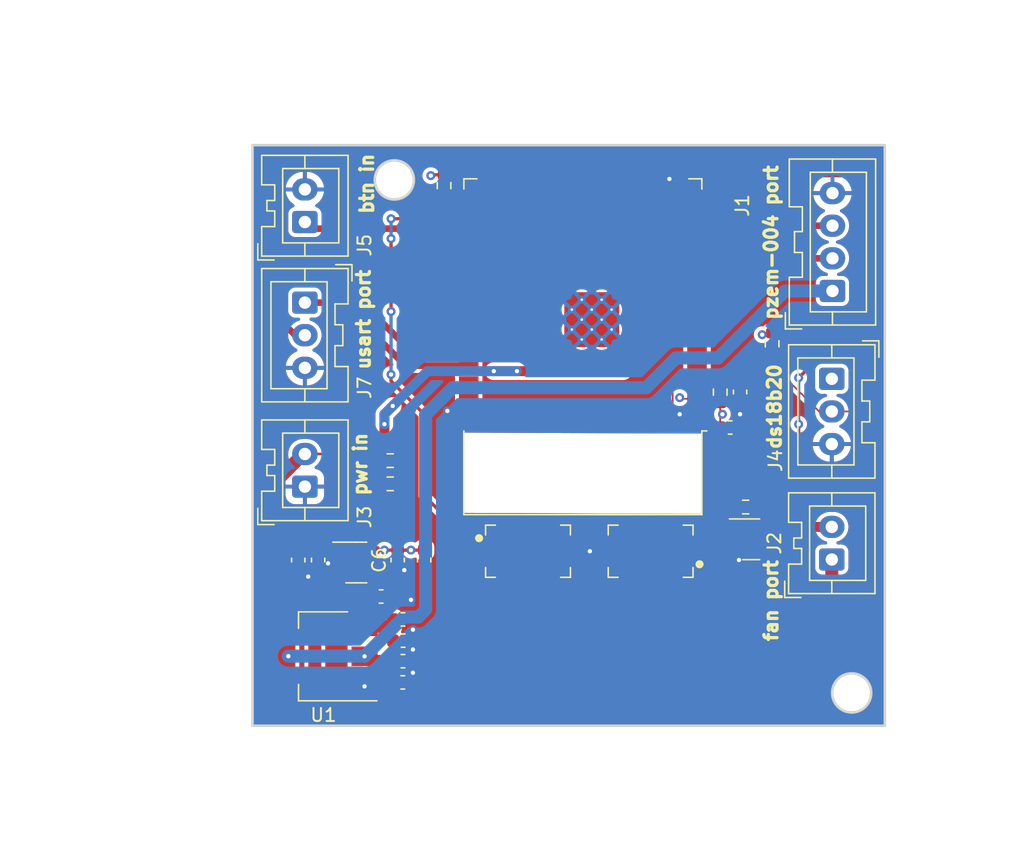
<source format=kicad_pcb>
(kicad_pcb (version 20221018) (generator pcbnew)
  (layers (0 "F.Cu" signal) (1 "In1.Cu" power) (2 "In2.Cu" power) (31 "B.Cu" signal) (34 "B.Paste" user) (35 "F.Paste" user) (36 "B.SilkS" user "B.Silkscreen") (37 "F.SilkS" user "F.Silkscreen") (38 "B.Mask" user) (39 "F.Mask" user) (44 "Edge.Cuts" user))
  (net 0 "")
  (net 1 "GND")
  (net 2 "Net-(J4-Pin_2)")
  (net 3 "Net-(Q1-G)")
  (net 4 "Net-(J2-Pin_2)")
  (net 5 "Net-(U19-IO17)")
  (net 8 "Net-(J1-Pin_2)")
  (net 9 "Net-(J1-Pin_3)")
  (net 15 "4")
  (net 22 "+5V")
  (net 23 "Net-(U20-BP)")
  (net 24 "Net-(U19-EN)")
  (net 25 "/3.3v_esp")
  (net 26 "/TXD0")
  (net 27 "/RXD0")
  (net 28 "/BVOL")
  (net 29 "Net-(U19-IO0)")
  (net 41 "/B+")
  (footprint "Capacitor_SMD:C_0603_1608Metric" (layer "F.Cu") (at 176.276 125.984 90)
    (fp_text reference "C6" (at 0 -1.43 90) (layer "F.SilkS"))
    (fp_text value "100nf")
    (pad "1" smd roundrect (at -0.775 0 90) (size 0.9 0.95) (layers "F.Cu" "F.Paste" "F.Mask") (net 1 "GND"))
    (pad "2" smd roundrect (at 0.775 0 90) (size 0.9 0.95) (layers "F.Cu" "F.Paste" "F.Mask") (net 25 "/3.3v_esp"))
  )
  (footprint "footprints:Switch_Tactile_XKB-CONNECTIVITY_TS-1101-B-W" (layer "F.Cu") (at 195.664 125.308 180)
    (fp_text reference "SW1" hide)
    (fp_text value "TS-1101-B-W" hide)
    (pad "1" smd rect (at -3.7 0 180) (size 1.2 1) (layers "F.Cu" "F.Paste" "F.Mask") (net 24 "Net-(U19-EN)"))
    (pad "2" smd rect (at 3.7 0 180) (size 1.2 1) (layers "F.Cu" "F.Paste" "F.Mask") (net 1 "GND"))
  )
  (footprint "Resistor_SMD:R_0603_1608Metric" (layer "F.Cu") (at 175.705 120.142)
    (fp_text reference "R39" hide)
    (fp_text value "1K")
    (pad "1" smd roundrect (at -0.825 0) (size 0.8 0.95) (layers "F.Cu" "F.Paste" "F.Mask") (net 1 "GND"))
    (pad "2" smd roundrect (at 0.825 0) (size 0.8 0.95) (layers "F.Cu" "F.Paste" "F.Mask") (net 28 "/BVOL"))
  )
  (footprint "Capacitor_SMD:C_0603_1608Metric" (layer "F.Cu") (at 176.682 133.7355 180)
    (fp_text reference "C1" hide)
    (fp_text value "22uf")
    (pad "1" smd roundrect (at -0.775 0 180) (size 0.9 0.95) (layers "F.Cu" "F.Paste" "F.Mask") (net 1 "GND"))
    (pad "2" smd roundrect (at 0.775 0 180) (size 0.9 0.95) (layers "F.Cu" "F.Paste" "F.Mask") (net 22 "+5V"))
  )
  (footprint "Connector_JST:JST_XA_B02B-XASK-1_1x02_P2.50mm_Vertical" (layer "F.Cu") (at 209.55 125.944 90)
    (fp_text reference "J2" (at 1.25 -4.4 90) (layer "F.SilkS"))
    (fp_text value "Conn_01x02_Socket")
    (pad "1" thru_hole roundrect (at 0 0 90) (size 1.7 1.95) (drill 0.95) (layers "*.Cu" "*.Mask") (roundrect_rratio 0.147059) (net 41 "/B+"))
    (pad "2" thru_hole oval (at 2.5 0 90) (size 1.7 1.95) (drill 0.95) (layers "*.Cu" "*.Mask") (net 4 "Net-(J2-Pin_2)"))
  )
  (footprint "Package_TO_SOT_SMD:SOT-23" (layer "F.Cu") (at 203.3755 124.394)
    (fp_text reference "Q1" hide)
    (fp_text value "AO3400A")
    (pad "1" smd roundrect (at -0.9375 -0.95) (size 1.475 0.6) (layers "F.Cu" "F.Paste" "F.Mask") (net 3 "Net-(Q1-G)"))
    (pad "2" smd roundrect (at -0.9375 0.95) (size 1.475 0.6) (layers "F.Cu" "F.Paste" "F.Mask") (net 1 "GND"))
    (pad "3" smd roundrect (at 0.9375 0) (size 1.475 0.6) (layers "F.Cu" "F.Paste" "F.Mask") (net 4 "Net-(J2-Pin_2)"))
  )
  (footprint "Capacitor_SMD:C_0603_1608Metric" (layer "F.Cu") (at 178.308 125.984 90)
    (fp_text reference "C8" hide)
    (fp_text value "22uf")
    (pad "1" smd roundrect (at -0.775 0 90) (size 0.9 0.95) (layers "F.Cu" "F.Paste" "F.Mask") (net 1 "GND"))
    (pad "2" smd roundrect (at 0.775 0 90) (size 0.9 0.95) (layers "F.Cu" "F.Paste" "F.Mask") (net 25 "/3.3v_esp"))
  )
  (footprint "Resistor_SMD:R_0603_1608Metric" (layer "F.Cu") (at 175.705 118.364 180)
    (fp_text reference "R38" hide)
    (fp_text value "10K")
    (pad "1" smd roundrect (at -0.825 0 180) (size 0.8 0.95) (layers "F.Cu" "F.Paste" "F.Mask") (net 28 "/BVOL"))
    (pad "2" smd roundrect (at 0.825 0 180) (size 0.8 0.95) (layers "F.Cu" "F.Paste" "F.Mask") (net 41 "/B+"))
  )
  (footprint "Capacitor_SMD:C_0603_1608Metric" (layer "F.Cu") (at 201.76 115.824)
    (fp_text reference "C53" hide)
    (fp_text value "100nf")
    (pad "1" smd roundrect (at -0.775 0) (size 0.9 0.95) (layers "F.Cu" "F.Paste" "F.Mask") (net 25 "/3.3v_esp"))
    (pad "2" smd roundrect (at 0.775 0) (size 0.9 0.95) (layers "F.Cu" "F.Paste" "F.Mask") (net 1 "GND"))
  )
  (footprint "RF_Module:ESP32-WROOM-32" (layer "F.Cu") (at 190.47 106.644 180)
    (fp_text reference "U19" hide)
    (fp_text value "ESP32-WROOM-32")
    (pad "1" smd rect (at -8.75 -8.25 180) (size 1.5 0.9) (layers "F.Cu" "F.Paste" "F.Mask") (net 1 "GND"))
    (pad "2" smd rect (at -8.75 -6.98 180) (size 1.5 0.9) (layers "F.Cu" "F.Paste" "F.Mask") (net 25 "/3.3v_esp"))
    (pad "3" smd rect (at -8.75 -5.71 180) (size 1.5 0.9) (layers "F.Cu" "F.Paste" "F.Mask") (net 24 "Net-(U19-EN)"))
    (pad "4" smd rect (at -8.75 -4.44 180) (size 1.5 0.9) (layers "F.Cu" "F.Paste" "F.Mask"))
    (pad "5" smd rect (at -8.75 -3.17 180) (size 1.5 0.9) (layers "F.Cu" "F.Paste" "F.Mask"))
    (pad "6" smd rect (at -8.75 -1.9 180) (size 1.5 0.9) (layers "F.Cu" "F.Paste" "F.Mask"))
    (pad "7" smd rect (at -8.75 -0.63 180) (size 1.5 0.9) (layers "F.Cu" "F.Paste" "F.Mask") (net 28 "/BVOL"))
    (pad "8" smd rect (at -8.75 0.64 180) (size 1.5 0.9) (layers "F.Cu" "F.Paste" "F.Mask"))
    (pad "9" smd rect (at -8.75 1.91 180) (size 1.5 0.9) (layers "F.Cu" "F.Paste" "F.Mask"))
    (pad "10" smd rect (at -8.75 3.18 180) (size 1.5 0.9) (layers "F.Cu" "F.Paste" "F.Mask") (net 8 "Net-(J1-Pin_2)"))
    (pad "11" smd rect (at -8.75 4.45 180) (size 1.5 0.9) (layers "F.Cu" "F.Paste" "F.Mask") (net 9 "Net-(J1-Pin_3)"))
    (pad "12" smd rect (at -8.75 5.72 180) (size 1.5 0.9) (layers "F.Cu" "F.Paste" "F.Mask"))
    (pad "13" smd rect (at -8.75 6.99 180) (size 1.5 0.9) (layers "F.Cu" "F.Paste" "F.Mask"))
    (pad "14" smd rect (at -8.75 8.26 180) (size 1.5 0.9) (layers "F.Cu" "F.Paste" "F.Mask"))
    (pad "15" smd rect (at -5.71 9.51 270) (size 1.5 0.9) (layers "F.Cu" "F.Paste" "F.Mask") (net 1 "GND"))
    (pad "16" smd rect (at -4.44 9.51 270) (size 1.5 0.9) (layers "F.Cu" "F.Paste" "F.Mask"))
    (pad "17" smd rect (at -3.17 9.51 270) (size 1.5 0.9) (layers "F.Cu" "F.Paste" "F.Mask"))
    (pad "18" smd rect (at -1.9 9.51 270) (size 1.5 0.9) (layers "F.Cu" "F.Paste" "F.Mask"))
    (pad "19" smd rect (at -0.63 9.51 270) (size 1.5 0.9) (layers "F.Cu" "F.Paste" "F.Mask"))
    (pad "20" smd rect (at 0.64 9.51 270) (size 1.5 0.9) (layers "F.Cu" "F.Paste" "F.Mask"))
    (pad "21" smd rect (at 1.91 9.51 270) (size 1.5 0.9) (layers "F.Cu" "F.Paste" "F.Mask"))
    (pad "22" smd rect (at 3.18 9.51 270) (size 1.5 0.9) (layers "F.Cu" "F.Paste" "F.Mask"))
    (pad "23" smd rect (at 4.45 9.51 270) (size 1.5 0.9) (layers "F.Cu" "F.Paste" "F.Mask"))
    (pad "24" smd rect (at 5.72 9.51 270) (size 1.5 0.9) (layers "F.Cu" "F.Paste" "F.Mask"))
    (pad "25" smd rect (at 8.75 8.26 180) (size 1.5 0.9) (layers "F.Cu" "F.Paste" "F.Mask") (net 29 "Net-(U19-IO0)"))
    (pad "26" smd rect (at 8.75 6.99 180) (size 1.5 0.9) (layers "F.Cu" "F.Paste" "F.Mask") (net 15 "4"))
    (pad "27" smd rect (at 8.75 5.72 180) (size 1.5 0.9) (layers "F.Cu" "F.Paste" "F.Mask") (net 2 "Net-(J4-Pin_2)"))
    (pad "28" smd rect (at 8.75 4.45 180) (size 1.5 0.9) (layers "F.Cu" "F.Paste" "F.Mask") (net 5 "Net-(U19-IO17)"))
    (pad "29" smd rect (at 8.75 3.18 180) (size 1.5 0.9) (layers "F.Cu" "F.Paste" "F.Mask"))
    (pad "30" smd rect (at 8.75 1.91 180) (size 1.5 0.9) (layers "F.Cu" "F.Paste" "F.Mask"))
    (pad "31" smd rect (at 8.75 0.64 180) (size 1.5 0.9) (layers "F.Cu" "F.Paste" "F.Mask"))
    (pad "32" smd rect (at 8.75 -0.63 180) (size 1.5 0.9) (layers "F.Cu" "F.Paste" "F.Mask"))
    (pad "33" smd rect (at 8.75 -1.9 180) (size 1.5 0.9) (layers "F.Cu" "F.Paste" "F.Mask"))
    (pad "34" smd rect (at 8.75 -3.17 180) (size 1.5 0.9) (layers "F.Cu" "F.Paste" "F.Mask") (net 27 "/RXD0"))
    (pad "35" smd rect (at 8.75 -4.44 180) (size 1.5 0.9) (layers "F.Cu" "F.Paste" "F.Mask") (net 26 "/TXD0"))
    (pad "36" smd rect (at 8.75 -5.71 180) (size 1.5 0.9) (layers "F.Cu" "F.Paste" "F.Mask"))
    (pad "37" smd rect (at 8.75 -6.98 180) (size 1.5 0.9) (layers "F.Cu" "F.Paste" "F.Mask"))
    (pad "38" smd rect (at 8.75 -8.25 180) (size 1.5 0.9) (layers "F.Cu" "F.Paste" "F.Mask") (net 1 "GND"))
    (pad "39" smd rect (at -2.205 -2.435 180) (size 1.05 1.05) (layers "F.Cu" "F.Paste") (net 1 "GND"))
    (pad "39" thru_hole circle (at -2.205 -1.6725 180) (size 0.6 0.6) (drill 0.2) (property pad_prop_heatsink) (layers "*.Cu" "F.Mask") (net 1 "GND"))
    (pad "39" smd rect (at -2.205 -0.91 180) (size 1.05 1.05) (layers "F.Cu" "F.Paste") (net 1 "GND"))
    (pad "39" thru_hole circle (at -2.205 -0.1475 180) (size 0.6 0.6) (drill 0.2) (property pad_prop_heatsink) (layers "*.Cu" "F.Mask") (net 1 "GND"))
    (pad "39" smd rect (at -2.205 0.615 180) (size 1.05 1.05) (layers "F.Cu" "F.Paste") (net 1 "GND"))
    (pad "39" thru_hole circle (at -1.4425 -2.435 180) (size 0.6 0.6) (drill 0.2) (property pad_prop_heatsink) (layers "*.Cu" "F.Mask") (net 1 "GND"))
    (pad "39" thru_hole circle (at -1.4425 -0.91 180) (size 0.6 0.6) (drill 0.2) (property pad_prop_heatsink) (layers "*.Cu" "F.Mask") (net 1 "GND"))
    (pad "39" thru_hole circle (at -1.4425 0.615 180) (size 0.6 0.6) (drill 0.2) (property pad_prop_heatsink) (layers "*.Cu" "F.Mask") (net 1 "GND"))
    (pad "39" smd rect (at -0.68 -2.435 180) (size 1.05 1.05) (layers "F.Cu" "F.Paste") (net 1 "GND"))
    (pad "39" thru_hole circle (at -0.68 -1.6725 180) (size 0.6 0.6) (drill 0.2) (property pad_prop_heatsink) (layers "*.Cu" "F.Mask") (net 1 "GND"))
    (pad "39" smd rect (at -0.68 -0.91 180) (size 1.05 1.05) (layers "F.Cu" "F.Paste") (net 1 "GND"))
    (pad "39" smd rect (at -0.68 -0.91 180) (size 4.2 4.2) (layers "F.Cu" "F.Mask") (net 1 "GND"))
    (pad "39" thru_hole circle (at -0.68 -0.1475 180) (size 0.6 0.6) (drill 0.2) (property pad_prop_heatsink) (layers "*.Cu" "F.Mask") (net 1 "GND"))
    (pad "39" smd rect (at -0.68 0.615 180) (size 1.05 1.05) (layers "F.Cu" "F.Paste") (net 1 "GND"))
    (pad "39" thru_hole circle (at 0.0825 -2.435 180) (size 0.6 0.6) (drill 0.2) (property pad_prop_heatsink) (layers "*.Cu" "F.Mask") (net 1 "GND"))
    (pad "39" thru_hole circle (at 0.0825 -0.91 180) (size 0.6 0.6) (drill 0.2) (property pad_prop_heatsink) (layers "*.Cu" "F.Mask") (net 1 "GND"))
    (pad "39" thru_hole circle (at 0.0825 0.615 180) (size 0.6 0.6) (drill 0.2) (property pad_prop_heatsink) (layers "*.Cu" "F.Mask") (net 1 "GND"))
    (pad "39" smd rect (at 0.845 -2.435 180) (size 1.05 1.05) (layers "F.Cu" "F.Paste") (net 1 "GND"))
    (pad "39" thru_hole circle (at 0.845 -1.6725 180) (size 0.6 0.6) (drill 0.2) (property pad_prop_heatsink) (layers "*.Cu" "F.Mask") (net 1 "GND"))
    (pad "39" smd rect (at 0.845 -0.91 180) (size 1.05 1.05) (layers "F.Cu" "F.Paste") (net 1 "GND"))
    (pad "39" thru_hole circle (at 0.845 -0.1475 180) (size 0.6 0.6) (drill 0.2) (property pad_prop_heatsink) (layers "*.Cu" "F.Mask") (net 1 "GND"))
    (pad "39" smd rect (at 0.845 0.615 180) (size 1.05 1.05) (layers "F.Cu" "F.Paste") (net 1 "GND"))
    (zone (net 0) (net_name "") (layers "F.Cu" "In1.Cu" "B.Cu") (connect_pads (clearance 0)) (min_thickness 0.254)
      (keepout (tracks not_allowed) (vias not_allowed) (pads not_allowed) (copperpour not_allowed) (footprints not_allowed))
      (fill (thermal_gap 0.508) (thermal_bridge_width 0.508))
      (polygon (pts (xy 199.5602 116.2916) (xy 181.2782 116.2154) (xy 181.2782 122.3726) (xy 199.5602 122.4488)))
    )
  )
  (footprint "footprints:Switch_Tactile_XKB-CONNECTIVITY_TS-1101-B-W" (layer "F.Cu") (at 186.266 125.308)
    (fp_text reference "SW3" hide)
    (fp_text value "TS-1101-B-W" hide)
    (pad "1" smd rect (at -3.7 0) (size 1.2 1) (layers "F.Cu" "F.Paste" "F.Mask") (net 29 "Net-(U19-IO0)"))
    (pad "2" smd rect (at 3.7 0) (size 1.2 1) (layers "F.Cu" "F.Paste" "F.Mask") (net 1 "GND"))
  )
  (footprint "Capacitor_SMD:C_0603_1608Metric" (layer "F.Cu") (at 176.669 135.3611 180)
    (fp_text reference "C7" hide)
    (fp_text value "100nf")
    (pad "1" smd roundrect (at -0.775 0 180) (size 0.9 0.95) (layers "F.Cu" "F.Paste" "F.Mask") (net 1 "GND"))
    (pad "2" smd roundrect (at 0.775 0 180) (size 0.9 0.95) (layers "F.Cu" "F.Paste" "F.Mask") (net 22 "+5V"))
  )
  (footprint "Resistor_SMD:R_0603_1608Metric" (layer "F.Cu") (at 200.998 113.116 90)
    (fp_text reference "R86" hide)
    (fp_text value "10k")
    (pad "1" smd roundrect (at -0.825 0 90) (size 0.8 0.95) (layers "F.Cu" "F.Paste" "F.Mask") (net 25 "/3.3v_esp"))
    (pad "2" smd roundrect (at 0.825 0 90) (size 0.8 0.95) (layers "F.Cu" "F.Paste" "F.Mask") (net 24 "Net-(U19-EN)"))
  )
  (footprint "Connector_JST:JST_XA_B03B-XASK-1_1x03_P2.50mm_Vertical" (layer "F.Cu") (at 209.55 112.094 -90)
    (fp_text reference "J4" (at 6.27 4.318 90) (layer "F.SilkS"))
    (fp_text value "Conn_01x03_Socket")
    (pad "1" thru_hole roundrect (at 0 0 270) (size 1.7 1.95) (drill 0.95) (layers "*.Cu" "*.Mask") (roundrect_rratio 0.147059) (net 25 "/3.3v_esp"))
    (pad "2" thru_hole oval (at 2.5 0 270) (size 1.7 1.95) (drill 0.95) (layers "*.Cu" "*.Mask") (net 2 "Net-(J4-Pin_2)"))
    (pad "3" thru_hole oval (at 5 0 270) (size 1.7 1.95) (drill 0.95) (layers "*.Cu" "*.Mask") (net 1 "GND"))
  )
  (footprint "Capacitor_SMD:C_0603_1608Metric" (layer "F.Cu") (at 176.695 132.1607 180)
    (fp_text reference "C4" hide)
    (fp_text value "100nf")
    (pad "1" smd roundrect (at -0.775 0 180) (size 0.9 0.95) (layers "F.Cu" "F.Paste" "F.Mask") (net 1 "GND"))
    (pad "2" smd roundrect (at 0.775 0 180) (size 0.9 0.95) (layers "F.Cu" "F.Paste" "F.Mask") (net 41 "/B+"))
  )
  (footprint "Capacitor_SMD:C_0603_1608Metric" (layer "F.Cu") (at 175.006 128.778 180)
    (fp_text reference "C51" hide)
    (fp_text value "22uf")
    (pad "1" smd roundrect (at -0.775 0 180) (size 0.9 0.95) (layers "F.Cu" "F.Paste" "F.Mask") (net 1 "GND"))
    (pad "2" smd roundrect (at 0.775 0 180) (size 0.9 0.95) (layers "F.Cu" "F.Paste" "F.Mask") (net 23 "Net-(U20-BP)"))
  )
  (footprint "Connector_JST:JST_XA_B02B-XASK-1_1x02_P2.50mm_Vertical" (layer "F.Cu") (at 169.164 120.356 90)
    (fp_text reference "J3" (at -2.326 4.572 90) (layer "F.SilkS"))
    (fp_text value "Conn_01x02_Socket")
    (pad "1" thru_hole roundrect (at 0 0 90) (size 1.7 1.95) (drill 0.95) (layers "*.Cu" "*.Mask") (roundrect_rratio 0.147059) (net 1 "GND"))
    (pad "2" thru_hole oval (at 2.5 0 90) (size 1.7 1.95) (drill 0.95) (layers "*.Cu" "*.Mask") (net 41 "/B+"))
  )
  (footprint "Connector_JST:JST_XA_B03B-XASK-1_1x03_P2.50mm_Vertical" (layer "F.Cu") (at 169.164 106.252 -90)
    (fp_text reference "J7" (at 6.524 -4.572 -270) (layer "F.SilkS"))
    (fp_text value "Conn_01x03_Socket")
    (pad "1" thru_hole roundrect (at 0 0 270) (size 1.7 1.95) (drill 0.95) (layers "*.Cu" "*.Mask") (roundrect_rratio 0.1470588235) (net 26 "/TXD0"))
    (pad "2" thru_hole oval (at 2.5 0 270) (size 1.7 1.95) (drill 0.95) (layers "*.Cu" "*.Mask") (net 27 "/RXD0"))
    (pad "3" thru_hole oval (at 5 0 270) (size 1.7 1.95) (drill 0.95) (layers "*.Cu" "*.Mask") (net 1 "GND"))
  )
  (footprint "Capacitor_SMD:C_0603_1608Metric" (layer "F.Cu") (at 168.656 125.984 90)
    (fp_text reference "C3" hide)
    (fp_text value "22uf")
    (pad "1" smd roundrect (at -0.775 0 90) (size 0.9 0.95) (layers "F.Cu" "F.Paste" "F.Mask") (net 1 "GND"))
    (pad "2" smd roundrect (at 0.775 0 90) (size 0.9 0.95) (layers "F.Cu" "F.Paste" "F.Mask") (net 41 "/B+"))
  )
  (footprint "Package_TO_SOT_SMD:SOT-23-5" (layer "F.Cu") (at 173.1065 126.172)
    (fp_text reference "U20" hide)
    (fp_text value "SPX3819M5-L-3-3")
    (pad "1" smd roundrect (at -1.1375 -0.95) (size 1.325 0.6) (layers "F.Cu" "F.Paste" "F.Mask") (net 41 "/B+"))
    (pad "2" smd roundrect (at -1.1375 0) (size 1.325 0.6) (layers "F.Cu" "F.Paste" "F.Mask") (net 1 "GND"))
    (pad "3" smd roundrect (at -1.1375 0.95) (size 1.325 0.6) (layers "F.Cu" "F.Paste" "F.Mask") (net 41 "/B+"))
    (pad "4" smd roundrect (at 1.1375 0.95) (size 1.325 0.6) (layers "F.Cu" "F.Paste" "F.Mask") (net 23 "Net-(U20-BP)"))
    (pad "5" smd roundrect (at 1.1375 -0.95) (size 1.325 0.6) (layers "F.Cu" "F.Paste" "F.Mask") (net 25 "/3.3v_esp"))
  )
  (footprint "Capacitor_SMD:C_0603_1608Metric" (layer "F.Cu") (at 176.682 130.5351 180)
    (fp_text reference "C2" hide)
    (fp_text value "22uf")
    (pad "1" smd roundrect (at -0.775 0 180) (size 0.9 0.95) (layers "F.Cu" "F.Paste" "F.Mask") (net 1 "GND"))
    (pad "2" smd roundrect (at 0.775 0 180) (size 0.9 0.95) (layers "F.Cu" "F.Paste" "F.Mask") (net 41 "/B+"))
  )
  (footprint "Resistor_SMD:R_0603_1608Metric" (layer "F.Cu") (at 179.832 97.282 -90)
    (fp_text reference "R87" hide)
    (fp_text value "10k")
    (pad "1" smd roundrect (at -0.825 0 270) (size 0.8 0.95) (layers "F.Cu" "F.Paste" "F.Mask") (net 25 "/3.3v_esp"))
    (pad "2" smd roundrect (at 0.825 0 270) (size 0.8 0.95) (layers "F.Cu" "F.Paste" "F.Mask") (net 29 "Net-(U19-IO0)"))
  )
  (footprint "Package_TO_SOT_SMD:SOT-223-3_TabPin2" (layer "F.Cu") (at 170.586 133.364 180)
    (fp_text reference "U1" (at 0 -4.5) (layer "F.SilkS"))
    (fp_text value "AMS1117-5.0")
    (pad "1" smd rect (at -3.15 -2.3 180) (size 2 1.5) (layers "F.Cu" "F.Paste" "F.Mask") (net 1 "GND"))
    (pad "2" smd rect (at -3.15 0 180) (size 2 1.5) (layers "F.Cu" "F.Paste" "F.Mask") (net 22 "+5V"))
    (pad "2" smd rect (at 3.15 0 180) (size 2 3.8) (layers "F.Cu" "F.Paste" "F.Mask") (net 22 "+5V"))
    (pad "3" smd rect (at -3.15 2.3 180) (size 2 1.5) (layers "F.Cu" "F.Paste" "F.Mask") (net 41 "/B+"))
  )
  (footprint "Capacitor_SMD:C_0603_1608Metric" (layer "F.Cu") (at 170.18 125.984 90)
    (fp_text reference "C5" hide)
    (fp_text value "100nf")
    (pad "1" smd roundrect (at -0.775 0 90) (size 0.9 0.95) (layers "F.Cu" "F.Paste" "F.Mask") (net 1 "GND"))
    (pad "2" smd roundrect (at 0.775 0 90) (size 0.9 0.95) (layers "F.Cu" "F.Paste" "F.Mask") (net 41 "/B+"))
  )
  (footprint "Connector_JST:JST_XA_B02B-XASK-1_1x02_P2.50mm_Vertical" (layer "F.Cu") (at 169.164 100.076 90)
    (fp_text reference "J5" (at -1.778 4.572 90) (layer "F.SilkS"))
    (fp_text value "Conn_01x02_Socket")
    (pad "1" thru_hole roundrect (at 0 0 90) (size 1.7 1.95) (drill 0.95) (layers "*.Cu" "*.Mask") (roundrect_rratio 0.147059) (net 15 "4"))
    (pad "2" thru_hole oval (at 2.5 0 90) (size 1.7 1.95) (drill 0.95) (layers "*.Cu" "*.Mask") (net 1 "GND"))
  )
  (footprint "Resistor_SMD:R_0603_1608Metric" (layer "F.Cu") (at 202.946 121.92 180)
    (fp_text reference "R1" hide)
    (fp_text value "470r")
    (pad "1" smd roundrect (at -0.825 0 180) (size 0.8 0.95) (layers "F.Cu" "F.Paste" "F.Mask") (net 5 "Net-(U19-IO17)"))
    (pad "2" smd roundrect (at 0.825 0 180) (size 0.8 0.95) (layers "F.Cu" "F.Paste" "F.Mask") (net 3 "Net-(Q1-G)"))
  )
  (footprint "Resistor_SMD:R_0603_1608Metric" (layer "F.Cu") (at 204.978 109.411 -90)
    (fp_text reference "R2" hide)
    (fp_text value "4.7k")
    (pad "1" smd roundrect (at -0.825 0 270) (size 0.8 0.95) (layers "F.Cu" "F.Paste" "F.Mask") (net 25 "/3.3v_esp"))
    (pad "2" smd roundrect (at 0.825 0 270) (size 0.8 0.95) (layers "F.Cu" "F.Paste" "F.Mask") (net 2 "Net-(J4-Pin_2)"))
  )
  (footprint "Capacitor_SMD:C_0603_1608Metric" (layer "F.Cu") (at 202.522 113.103 -90)
    (fp_text reference "C52" hide)
    (fp_text value "100nf")
    (pad "1" smd roundrect (at -0.775 0 270) (size 0.9 0.95) (layers "F.Cu" "F.Paste" "F.Mask") (net 24 "Net-(U19-EN)"))
    (pad "2" smd roundrect (at 0.775 0 270) (size 0.9 0.95) (layers "F.Cu" "F.Paste" "F.Mask") (net 1 "GND"))
  )
  (footprint "Connector_JST:JST_XA_B04B-XASK-1_1x04_P2.50mm_Vertical" (layer "F.Cu") (at 209.6008 105.3592 90)
    (fp_text reference "J1" (at 6.5532 -6.9088 90) (layer "F.SilkS"))
    (fp_text value "Conn_01x04_Socket")
    (pad "1" thru_hole roundrect (at 0 0 90) (size 1.7 1.95) (drill 0.95) (layers "*.Cu" "*.Mask") (roundrect_rratio 0.147059) (net 22 "+5V"))
    (pad "2" thru_hole oval (at 2.5 0 90) (size 1.7 1.95) (drill 0.95) (layers "*.Cu" "*.Mask") (net 8 "Net-(J1-Pin_2)"))
    (pad "3" thru_hole oval (at 5 0 90) (size 1.7 1.95) (drill 0.95) (layers "*.Cu" "*.Mask") (net 9 "Net-(J1-Pin_3)"))
    (pad "4" thru_hole oval (at 7.5 0 90) (size 1.7 1.95) (drill 0.95) (layers "*.Cu" "*.Mask") (net 1 "GND"))
  )
  (gr_circle (center 176.022 96.848117) (end 177.522 96.848117) (stroke (width 0.2)) (fill none) (layer "Edge.Cuts"))
  (gr_circle (center 211.074 136.168) (end 212.574 136.168) (stroke (width 0.2)) (fill none) (layer "Edge.Cuts"))
  (gr_rect (start 165.1508 94.1832) (end 213.614 138.684) (stroke (width 0.2)) (fill none) (layer "Edge.Cuts"))
  (gr_text "pzem-004 port" (at 205.486 107.696 90) (layer "F.SilkS") (effects (font (size 1 1) (thickness 0.25) bold) (justify left bottom)))
  (gr_text "ds18b20" (at 205.74 117.602 90) (layer "F.SilkS") (effects (font (size 1 1) (thickness 0.25) bold) (justify left bottom)))
  (gr_text "btn in" (at 174.498 99.568 90) (layer "F.SilkS") (effects (font (size 1 1) (thickness 0.25) bold) (justify left bottom)))
  (gr_text "usart port\n" (at 174.244 111.506 90) (layer "F.SilkS") (effects (font (size 1 1) (thickness 0.25) bold) (justify left bottom)))
  (gr_text "fan port" (at 205.486 132.334 90) (layer "F.SilkS") (effects (font (size 1 1) (thickness 0.25) bold) (justify left bottom)))
  (gr_text "pwr in" (at 173.99 121.158 90) (layer "F.SilkS") (effects (font (size 1 1) (thickness 0.25) bold) (justify left bottom)))
  (segment (start 180.426 114.894) (end 180.086 114.554) (width 0.254) (layer "F.Cu") (net 1))
  (segment (start 177.457 130.5351) (end 177.457 129.197) (width 0.254) (layer "F.Cu") (net 1))
  (segment (start 196.18 97.134) (end 196.744 97.134) (width 0.254) (layer "F.Cu") (net 1))
  (segment (start 189.966 125.308) (end 191.964 125.308) (width 0.254) (layer "F.Cu") (net 1))
  (segment (start 202.522 114.808) (end 202.535 114.821) (width 0.127) (layer "F.Cu") (net 1))
  (segment (start 169.418 126.759) (end 169.418 127.254) (width 0.254) (layer "F.Cu") (net 1))
  (segment (start 176.022 126.759) (end 178.308 126.759) (width 0.254) (layer "F.Cu") (net 1))
  (segment (start 175.781 128.778) (end 177.038 128.778) (width 0.254) (layer "F.Cu") (net 1))
  (segment (start 202.438 125.344) (end 202.438 125.984) (width 0.254) (layer "F.Cu") (net 1))
  (segment (start 177.038 128.778) (end 177.292 129.032) (width 0.254) (layer "F.Cu") (net 1))
  (segment (start 169.418 126.759) (end 170.18 126.759) (width 0.254) (layer "F.Cu") (net 1))
  (segment (start 176.022 128.537) (end 176.022 126.759) (width 0.254) (layer "F.Cu") (net 1))
  (segment (start 169.164 120.356) (end 174.666 120.356) (width 0.127) (layer "F.Cu") (net 1))
  (segment (start 170.942 126.172) (end 170.767 126.172) (width 0.254) (layer "F.Cu") (net 1))
  (segment (start 171.969 126.172) (end 170.942 126.172) (width 0.254) (layer "F.Cu") (net 1))
  (segment (start 202.522 115.389) (end 202.522 113.878) (width 0.127) (layer "F.Cu") (net 1))
  (segment (start 199.22 114.894) (end 197.952 114.894) (width 0.254) (layer "F.Cu") (net 1))
  (segment (start 168.656 126.759) (end 169.418 126.759) (width 0.254) (layer "F.Cu") (net 1))
  (segment (start 170.942 126.172) (end 170.942 126.238) (width 0.254) (layer "F.Cu") (net 1))
  (segment (start 197.952 114.894) (end 197.8909 114.8329) (width 0.254) (layer "F.Cu") (net 1))
  (segment (start 181.72 114.894) (end 180.426 114.894) (width 0.254) (layer "F.Cu") (net 1))
  (segment (start 174.666 120.356) (end 174.88 120.142) (width 0.127) (layer "F.Cu") (net 1))
  (segment (start 196.744 97.134) (end 197.104 96.774) (width 0.254) (layer "F.Cu") (net 1))
  (segment (start 170.767 126.172) (end 170.18 126.759) (width 0.254) (layer "F.Cu") (net 1))
  (segment (start 177.457 129.197) (end 177.292 129.032) (width 0.254) (layer "F.Cu") (net 1))
  (segment (start 177.444 135.3611) (end 177.444 130.5481) (width 0.254) (layer "F.Cu") (net 1))
  (segment (start 202.535 114.821) (end 202.535 115.402) (width 0.127) (layer "F.Cu") (net 1))
  (segment (start 202.535 115.402) (end 202.522 115.389) (width 0.127) (layer "F.Cu") (net 1))
  (segment (start 197.8909 114.8329) (end 197.8909 114.808) (width 0.254) (layer "F.Cu") (net 1))
  (via (at 202.522 114.808) (size 0.6858) (drill 0.3302) (layers "F.Cu" "B.Cu") (net 1))
  (via (at 177.444 134.62) (size 0.6858) (drill 0.3302) (layers "F.Cu" "B.Cu") (net 1))
  (via (at 169.418 127.254) (size 0.6858) (drill 0.3302) (layers "F.Cu" "B.Cu") (net 1))
  (via (at 202.438 125.984) (size 0.6858) (drill 0.3302) (layers "F.Cu" "B.Cu") (net 1))
  (via (at 180.086 114.554) (size 0.6858) (drill 0.3302) (layers "F.Cu" "B.Cu") (net 1))
  (via (at 177.292 129.032) (size 0.6858) (drill 0.3302) (layers "F.Cu" "B.Cu") (net 1))
  (via (at 197.104 96.774) (size 0.6858) (drill 0.3302) (layers "F.Cu" "B.Cu") (net 1))
  (via (at 177.444 131.318) (size 0.6858) (drill 0.3302) (layers "F.Cu" "B.Cu") (net 1))
  (via (at 197.8909 114.808) (size 0.6858) (drill 0.3302) (layers "F.Cu" "B.Cu") (net 1))
  (via (at 173.736 135.664) (size 0.6858) (drill 0.3302) (layers "F.Cu" "B.Cu") (net 1))
  (via (at 177.444 132.842) (size 0.6858) (drill 0.3302) (layers "F.Cu" "B.Cu") (net 1))
  (via (at 191.008 125.308) (size 0.6858) (drill 0.3302) (layers "F.Cu" "B.Cu") (net 1))
  (via (at 170.942 126.238) (size 0.6858) (drill 0.3302) (layers "F.Cu" "B.Cu") (net 1))
  (via (at 176.784 126.759) (size 0.6858) (drill 0.3302) (layers "F.Cu" "B.Cu") (net 1))
  (segment (start 182.794 100.924) (end 181.72 100.924) (width 0.127) (layer "F.Cu") (net 2))
  (segment (start 184.4745 94.996) (end 183.388 96.0825) (width 0.127) (layer "F.Cu") (net 2))
  (segment (start 212.344 114.594) (end 212.344 97.028) (width 0.127) (layer "F.Cu") (net 2))
  (segment (start 204.955 110.975) (end 204.955 110.259) (width 0.127) (layer "F.Cu") (net 2))
  (segment (start 209.55 114.594) (end 212.344 114.594) (width 0.127) (layer "F.Cu") (net 2))
  (segment (start 204.955 110.259) (end 204.978 110.236) (width 0.127) (layer "F.Cu") (net 2))
  (segment (start 209.55 114.594) (end 208.574 114.594) (width 0.127) (layer "F.Cu") (net 2))
  (segment (start 183.388 100.33) (end 182.794 100.924) (width 0.127) (layer "F.Cu") (net 2))
  (segment (start 183.388 96.0825) (end 183.388 100.33) (width 0.127) (layer "F.Cu") (net 2))
  (segment (start 210.312 94.996) (end 184.4745 94.996) (width 0.127) (layer "F.Cu") (net 2))
  (segment (start 208.574 114.594) (end 204.955 110.975) (width 0.127) (layer "F.Cu") (net 2))
  (segment (start 212.344 97.028) (end 210.312 94.996) (width 0.127) (layer "F.Cu") (net 2))
  (segment (start 202.121 121.92) (end 202.121 123.127) (width 0.762) (layer "F.Cu") (net 3))
  (segment (start 202.121 123.127) (end 202.438 123.444) (width 0.762) (layer "F.Cu") (net 3))
  (segment (start 204.313 124.394) (end 206.822 124.394) (width 0.762) (layer "F.Cu") (net 4))
  (segment (start 206.822 124.394) (end 207.772 123.444) (width 0.762) (layer "F.Cu") (net 4))
  (segment (start 207.772 123.444) (end 209.55 123.444) (width 0.762) (layer "F.Cu") (net 4))
  (segment (start 198.882 96.52) (end 193.208 102.194) (width 0.254) (layer "F.Cu") (net 5))
  (segment (start 211.836 97.536) (end 210.82 96.52) (width 0.254) (layer "F.Cu") (net 5))
  (segment (start 207.01 118.681) (end 207.01 115.57) (width 0.254) (layer "F.Cu") (net 5))
  (segment (start 198.882 96.52) (end 210.82 96.52) (width 0.254) (layer "F.Cu") (net 5))
  (segment (start 211.836 107.188) (end 211.836 97.536) (width 0.254) (layer "F.Cu") (net 5))
  (segment (start 193.208 102.194) (end 181.72 102.194) (width 0.254) (layer "F.Cu") (net 5))
  (segment (start 207.01 112.014) (end 211.836 107.188) (width 0.254) (layer "F.Cu") (net 5))
  (segment (start 203.771 121.92) (end 207.01 118.681) (width 0.254) (layer "F.Cu") (net 5))
  (via (at 207.01 115.57) (size 0.6858) (drill 0.3302) (layers "F.Cu" "B.Cu") (net 5))
  (via (at 207.01 112.014) (size 0.6858) (drill 0.3302) (layers "F.Cu" "B.Cu") (net 5))
  (segment (start 207.01 112.014) (end 207.01 115.57) (width 0.254) (layer "B.Cu") (net 5))
  (segment (start 207.5288 102.8592) (end 209.6008 102.8592) (width 0.508) (layer "F.Cu") (net 8))
  (segment (start 206.924 103.464) (end 207.5288 102.8592) (width 0.508) (layer "F.Cu") (net 8))
  (segment (start 199.22 103.464) (end 206.924 103.464) (width 0.508) (layer "F.Cu") (net 8))
  (segment (start 199.22 102.194) (end 206.416 102.194) (width 0.508) (layer "F.Cu") (net 9))
  (segment (start 208.2508 100.3592) (end 209.6008 100.3592) (width 0.508) (layer "F.Cu") (net 9))
  (segment (start 206.416 102.194) (end 208.2508 100.3592) (width 0.508) (layer "F.Cu") (net 9))
  (segment (start 178.308 100.584) (end 179.238 99.654) (width 0.508) (layer "F.Cu") (net 15))
  (segment (start 179.238 99.654) (end 181.72 99.654) (width 0.508) (layer "F.Cu") (net 15))
  (segment (start 169.672 100.584) (end 178.308 100.584) (width 0.508) (layer "F.Cu") (net 15))
  (segment (start 175.894 135.3611) (end 175.894 133.7485) (width 0.254) (layer "F.Cu") (net 22))
  (segment (start 175.907 133.3864) (end 174.0404 133.3864) (width 0.254) (layer "F.Cu") (net 22))
  (via (at 173.736 133.364) (size 0.6858) (drill 0.3302) (layers "F.Cu" "B.Cu") (net 22))
  (via (at 167.894 133.35) (size 0.6858) (drill 0.3302) (layers "F.Cu" "B.Cu") (net 22))
  (segment (start 173.722 133.35) (end 173.736 133.364) (width 1) (layer "B.Cu") (net 22))
  (segment (start 197.612 110.49) (end 195.326 112.776) (width 1) (layer "B.Cu") (net 22))
  (segment (start 178.4139 129.779946) (end 177.845746 130.3481) (width 1) (layer "B.Cu") (net 22))
  (segment (start 195.326 112.776) (end 180.492354 112.776) (width 1) (layer "B.Cu") (net 22))
  (segment (start 209.6008 105.3592) (end 205.968054 105.3592) (width 1) (layer "B.Cu") (net 22))
  (segment (start 176.7519 130.3481) (end 173.736 133.364) (width 1) (layer "B.Cu") (net 22))
  (segment (start 167.894 133.35) (end 173.722 133.35) (width 1) (layer "B.Cu") (net 22))
  (segment (start 205.968054 105.3592) (end 200.837254 110.49) (width 1) (layer "B.Cu") (net 22))
  (segment (start 177.845746 130.3481) (end 176.7519 130.3481) (width 1) (layer "B.Cu") (net 22))
  (segment (start 178.4139 114.854454) (end 178.4139 129.779946) (width 1) (layer "B.Cu") (net 22))
  (segment (start 180.492354 112.776) (end 178.4139 114.854454) (width 1) (layer "B.Cu") (net 22))
  (segment (start 200.837254 110.49) (end 197.612 110.49) (width 1) (layer "B.Cu") (net 22))
  (segment (start 174.257 128.778) (end 174.257 127.135) (width 0.254) (layer "F.Cu") (net 23))
  (segment (start 197.866 115.824) (end 199.644 115.824) (width 0.127) (layer "F.Cu") (net 24))
  (segment (start 200.152 123.952) (end 199.364 124.74) (width 0.127) (layer "F.Cu") (net 24))
  (segment (start 199.364 124.74) (end 199.364 125.308) (width 0.127) (layer "F.Cu") (net 24))
  (segment (start 199.22 112.354) (end 197.78 112.354) (width 0.127) (layer "F.Cu") (net 24))
  (segment (start 197.358 115.316) (end 197.866 115.824) (width 0.127) (layer "F.Cu") (net 24))
  (segment (start 200.152 116.332) (end 200.152 123.952) (width 0.127) (layer "F.Cu") (net 24))
  (segment (start 202.522 112.328) (end 201.035 112.328) (width 0.127) (layer "F.Cu") (net 24))
  (segment (start 197.358 112.776) (end 197.358 115.316) (width 0.127) (layer "F.Cu") (net 24))
  (segment (start 200.935 112.354) (end 199.22 112.354) (width 0.127) (layer "F.Cu") (net 24))
  (segment (start 199.644 115.824) (end 200.152 116.332) (width 0.127) (layer "F.Cu") (net 24))
  (segment (start 197.78 112.354) (end 197.358 112.776) (width 0.127) (layer "F.Cu") (net 24))
  (segment (start 176.784 125.222) (end 177.292 125.222) (width 0.254) (layer "F.Cu") (net 25))
  (segment (start 179.832 96.457) (end 178.879 96.457) (width 0.254) (layer "F.Cu") (net 25))
  (segment (start 204.216 108.712) (end 204.852 108.712) (width 0.254) (layer "F.Cu") (net 25))
  (segment (start 200.998 113.941) (end 200.998 114.638) (width 0.127) (layer "F.Cu") (net 25))
  (segment (start 199.22 113.624) (end 197.9769 113.624) (width 0.127) (layer "F.Cu") (net 25))
  (segment (start 200.998 115.316) (end 200.998 115.389) (width 0.127) (layer "F.Cu") (net 25))
  (segment (start 200.998 113.941) (end 200.998 114.808) (width 0.127) (layer "F.Cu") (net 25))
  (segment (start 176.784 125.222) (end 178.295 125.222) (width 0.254) (layer "F.Cu") (net 25))
  (segment (start 200.998 114.638) (end 201.168 114.808) (width 0.127) (layer "F.Cu") (net 25))
  (segment (start 174.244 125.222) (end 176.784 125.222) (width 0.254) (layer "F.Cu") (net 25))
  (segment (start 200.998 114.808) (end 200.998 115.316) (width 0.127) (layer "F.Cu") (net 25))
  (segment (start 204.852 108.712) (end 204.978 108.586) (width 0.254) (layer "F.Cu") (net 25))
  (segment (start 200.998 114.978) (end 201.168 114.808) (width 0.127) (layer "F.Cu") (net 25))
  (segment (start 178.879 96.457) (end 178.816 96.52) (width 0.254) (layer "F.Cu") (net 25))
  (segment (start 200.998 115.316) (end 200.998 114.978) (width 0.127) (layer "F.Cu") (net 25))
  (segment (start 200.998 114.808) (end 201.168 114.808) (width 0.127) (layer "F.Cu") (net 25))
  (segment (start 197.9769 113.624) (end 197.8909 113.538) (width 0.127) (layer "F.Cu") (net 25))
  (segment (start 200.998 115.389) (end 200.985 115.402) (width 0.127) (layer "F.Cu") (net 25))
  (segment (start 199.22 113.624) (end 200.681 113.624) (width 0.127) (layer "F.Cu") (net 25))
  (via (at 201.168 114.808) (size 0.6858) (drill 0.3302) (layers "F.Cu" "B.Cu") (net 25))
  (via (at 197.8909 113.538) (size 0.6858) (drill 0.3302) (layers "F.Cu" "B.Cu") (net 25))
  (via (at 177.292 125.222) (size 0.6858) (drill 0.3302) (layers "F.Cu" "B.Cu") (net 25))
  (via (at 175.26 125.222) (size 0.6858) (drill 0.3302) (layers "F.Cu" "B.Cu") (net 25))
  (via (at 178.816 96.52) (size 0.6858) (drill 0.3302) (layers "F.Cu" "B.Cu") (net 25))
  (via (at 204.216 108.712) (size 0.6858) (drill 0.3302) (layers "F.Cu" "B.Cu") (net 25))
  (segment (start 181.72 111.084) (end 176.87 111.084) (width 0.508) (layer "F.Cu") (net 26))
  (segment (start 176.87 111.084) (end 172.038 106.252) (width 0.508) (layer "F.Cu") (net 26))
  (segment (start 172.038 106.252) (end 169.164 106.252) (width 0.508) (layer "F.Cu") (net 26))
  (segment (start 171.704 104.394) (end 168.148 104.394) (width 0.508) (layer "F.Cu") (net 27))
  (segment (start 168.422 108.752) (end 169.164 108.752) (width 0.508) (layer "F.Cu") (net 27))
  (segment (start 177.124 109.814) (end 171.704 104.394) (width 0.508) (layer "F.Cu") (net 27))
  (segment (start 167.132 107.462) (end 168.422 108.752) (width 0.508) (layer "F.Cu") (net 27))
  (segment (start 168.148 104.394) (end 167.132 105.41) (width 0.508) (layer "F.Cu") (net 27))
  (segment (start 167.132 105.41) (end 167.132 107.462) (width 0.508) (layer "F.Cu") (net 27))
  (segment (start 181.72 109.814) (end 177.124 109.814) (width 0.508) (layer "F.Cu") (net 27))
  (segment (start 175.26 114.808) (end 175.26 115.57) (width 0.762) (layer "F.Cu") (net 28))
  (segment (start 193.548 111.506) (end 197.78 107.274) (width 0.762) (layer "F.Cu") (net 28))
  (segment (start 183.642 111.506) (end 193.548 111.506) (width 0.762) (layer "F.Cu") (net 28))
  (segment (start 197.78 107.274) (end 199.22 107.274) (width 0.762) (layer "F.Cu") (net 28))
  (segment (start 175.895 114.173) (end 175.26 114.808) (width 0.762) (layer "F.Cu") (net 28))
  (segment (start 176.53 117.602) (end 176.53 120.142) (width 0.762) (layer "F.Cu") (net 28))
  (segment (start 175.26 114.808) (end 175.26 116.332) (width 0.762) (layer "F.Cu") (net 28))
  (segment (start 175.26 116.332) (end 176.53 117.602) (width 0.762) (layer "F.Cu") (net 28))
  (via (at 175.895 114.173) (size 0.6858) (drill 0.3302) (layers "F.Cu" "B.Cu") (net 28))
  (via (at 175.26 115.57) (size 0.6858) (drill 0.3302) (layers "F.Cu" "B.Cu") (net 28))
  (via (at 183.642 111.506) (size 0.6858) (drill 0.3302) (layers "F.Cu" "B.Cu") (net 28))
  (via (at 185.42 111.506) (size 0.6858) (drill 0.3302) (layers "F.Cu" "B.Cu") (net 28))
  (segment (start 176.53 113.538) (end 175.895 114.173) (width 0.762) (layer "B.Cu") (net 28))
  (segment (start 183.642 111.506) (end 183.134 111.506) (width 0.762) (layer "B.Cu") (net 28))
  (segment (start 175.26 114.808) (end 175.26 115.57) (width 0.762) (layer "B.Cu") (net 28))
  (segment (start 178.562 111.506) (end 176.53 113.538) (width 0.762) (layer "B.Cu") (net 28))
  (segment (start 183.134 111.506) (end 178.562 111.506) (width 0.762) (layer "B.Cu") (net 28))
  (segment (start 183.134 111.506) (end 185.42 111.506) (width 0.762) (layer "B.Cu") (net 28))
  (segment (start 176.53 113.538) (end 175.26 114.808) (width 0.762) (layer "B.Cu") (net 28))
  (segment (start 178.308 121.05) (end 178.308 114.808) (width 0.254) (layer "F.Cu") (net 29))
  (segment (start 179.916 98.321) (end 181.657 98.321) (width 0.762) (layer "F.Cu") (net 29))
  (segment (start 175.768 112.268) (end 175.768 111.76) (width 0.254) (layer "F.Cu") (net 29))
  (segment (start 178.308 114.808) (end 175.768 112.268) (width 0.254) (layer "F.Cu") (net 29))
  (segment (start 182.566 125.308) (end 178.308 121.05) (width 0.254) (layer "F.Cu") (net 29))
  (segment (start 175.768 106.934) (end 175.768 101.346) (width 0.254) (layer "F.Cu") (net 29))
  (segment (start 177.8 99.822) (end 179.515 98.107) (width 0.254) (layer "F.Cu") (net 29))
  (segment (start 175.768 99.822) (end 177.8 99.822) (width 0.254) (layer "F.Cu") (net 29))
  (via (at 175.768 111.76) (size 0.6858) (drill 0.3302) (layers "F.Cu" "B.Cu") (net 29))
  (via (at 175.768 101.346) (size 0.6858) (drill 0.3302) (layers "F.Cu" "B.Cu") (net 29))
  (via (at 175.768 99.822) (size 0.6858) (drill 0.3302) (layers "F.Cu" "B.Cu") (net 29))
  (via (at 175.768 106.934) (size 0.6858) (drill 0.3302) (layers "F.Cu" "B.Cu") (net 29))
  (segment (start 175.768 99.822) (end 175.768 101.346) (width 0.254) (layer "B.Cu") (net 29))
  (segment (start 175.768 111.76) (end 175.768 106.934) (width 0.254) (layer "B.Cu") (net 29))
  (segment (start 209.55 132.334) (end 209.55 125.944) (width 1) (layer "F.Cu") (net 41))
  (segment (start 168.643 125.222) (end 168.656 125.209) (width 1) (layer "F.Cu") (net 41))
  (segment (start 166.878 125.222) (end 167.64 125.222) (width 1) (layer "F.Cu") (net 41))
  (segment (start 175.92 131.2463) (end 175.8048 131.1311) (width 0.254) (layer "F.Cu") (net 41))
  (segment (start 169.136 130.782) (end 173.736 130.782) (width 0.762) (layer "F.Cu") (net 41))
  (segment (start 169.039 117.856) (end 166.878 120.017) (width 1) (layer "F.Cu") (net 41))
  (segment (start 169.926 137.668) (end 204.216 137.668) (width 1) (layer "F.Cu") (net 41))
  (segment (start 175.92 131.2463) (end 175.92 130.5481) (width 0.254) (layer "F.Cu") (net 41))
  (segment (start 171.969 125.222) (end 172.974 125.222) (width 0.254) (layer "F.Cu") (net 41))
  (segment (start 166.878 120.017) (end 166.878 125.222) (width 1) (layer "F.Cu") (net 41))
  (segment (start 167.64 125.222) (end 171.196 125.222) (width 1) (layer "F.Cu") (net 41))
  (segment (start 169.926 131.064) (end 169.926 137.668) (width 1) (layer "F.Cu") (net 41))
  (segment (start 166.878 128.016) (end 169.926 131.064) (width 1) (layer "F.Cu") (net 41))
  (segment (start 175.8048 130.782) (end 173.736 130.782) (width 0.254) (layer "F.Cu") (net 41))
  (segment (start 172.974 127.254) (end 172.101 127.254) (width 0.254) (layer "F.Cu") (net 41))
  (segment (start 167.64 125.222) (end 168.643 125.222) (width 1) (layer "F.Cu") (net 41))
  (segment (start 204.216 137.668) (end 209.55 132.334) (width 1) (layer "F.Cu") (net 41))
  (segment (start 169.926 131.064) (end 175.7377 131.064) (width 1) (layer "F.Cu") (net 41))
  (segment (start 174.372 117.856) (end 174.88 118.364) (width 0.2) (layer "F.Cu") (net 41))
  (segment (start 166.878 125.222) (end 166.878 128.016) (width 1) (layer "F.Cu") (net 41))
  (segment (start 175.7377 131.064) (end 175.8048 131.1311) (width 1) (layer "F.Cu") (net 41))
  (segment (start 169.164 117.856) (end 174.372 117.856) (width 0.2) (layer "F.Cu") (net 41))
  (segment (start 172.974 125.222) (end 172.974 127.254) (width 0.254) (layer "F.Cu") (net 41))
  (segment (start 175.92 132.1607) (end 175.92 131.2463) (width 0.254) (layer "F.Cu") (net 41))
  (zone (net 1) (net_name "GND") (layers "F&B.Cu") (priority 2) (connect_pads thru_hole_only (clearance 0.3)) (min_thickness 0.25) (fill yes (thermal_gap 0.5) (thermal_bridge_width 0.3))
    (polygon (pts (xy 145.796 84.582) (xy 146.05 145.796) (xy 223.266 148.59) (xy 224.282 83.058)))
  )
)
</source>
